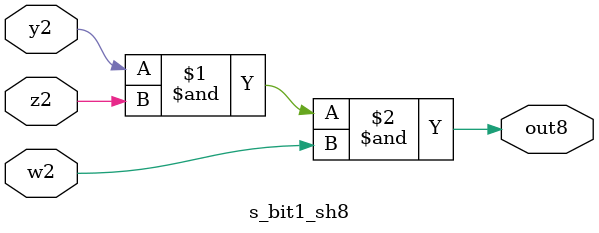
<source format=sv>

module s_bit1_sh8 (
  y2,
  w2,
  z2,
  out8
);

    input wire y2;
    input wire w2;
    input wire z2;

    output wire out8;

    assign out8 = y2 & z2 & w2 ;

endmodule

</source>
